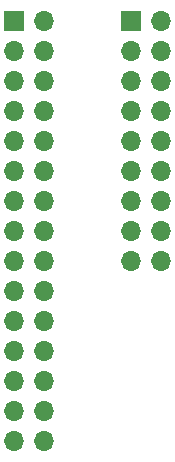
<source format=gts>
%TF.GenerationSoftware,KiCad,Pcbnew,(5.99.0-11691-gd9cf939ba1)*%
%TF.CreationDate,2021-08-18T15:14:57+12:00*%
%TF.ProjectId,pmod_ov7670,706d6f64-5f6f-4763-9736-37302e6b6963,rev?*%
%TF.SameCoordinates,Original*%
%TF.FileFunction,Soldermask,Top*%
%TF.FilePolarity,Negative*%
%FSLAX46Y46*%
G04 Gerber Fmt 4.6, Leading zero omitted, Abs format (unit mm)*
G04 Created by KiCad (PCBNEW (5.99.0-11691-gd9cf939ba1)) date 2021-08-18 15:14:57*
%MOMM*%
%LPD*%
G01*
G04 APERTURE LIST*
%ADD10R,1.700000X1.700000*%
%ADD11O,1.700000X1.700000*%
G04 APERTURE END LIST*
D10*
%TO.C,J2*%
X31825000Y-21700000D03*
D11*
X34365000Y-21700000D03*
X31825000Y-24240000D03*
X34365000Y-24240000D03*
X31825000Y-26780000D03*
X34365000Y-26780000D03*
X31825000Y-29320000D03*
X34365000Y-29320000D03*
X31825000Y-31860000D03*
X34365000Y-31860000D03*
X31825000Y-34400000D03*
X34365000Y-34400000D03*
X31825000Y-36940000D03*
X34365000Y-36940000D03*
X31825000Y-39480000D03*
X34365000Y-39480000D03*
X31825000Y-42020000D03*
X34365000Y-42020000D03*
%TD*%
D10*
%TO.C,J1*%
X21900000Y-21700000D03*
D11*
X24440000Y-21700000D03*
X21900000Y-24240000D03*
X24440000Y-24240000D03*
X21900000Y-26780000D03*
X24440000Y-26780000D03*
X21900000Y-29320000D03*
X24440000Y-29320000D03*
X21900000Y-31860000D03*
X24440000Y-31860000D03*
X21900000Y-34400000D03*
X24440000Y-34400000D03*
X21900000Y-36940000D03*
X24440000Y-36940000D03*
X21900000Y-39480000D03*
X24440000Y-39480000D03*
X21900000Y-42020000D03*
X24440000Y-42020000D03*
X21900000Y-44560000D03*
X24440000Y-44560000D03*
X21900000Y-47100000D03*
X24440000Y-47100000D03*
X21900000Y-49640000D03*
X24440000Y-49640000D03*
X21900000Y-52180000D03*
X24440000Y-52180000D03*
X21900000Y-54720000D03*
X24440000Y-54720000D03*
X21900000Y-57260000D03*
X24440000Y-57260000D03*
%TD*%
M02*

</source>
